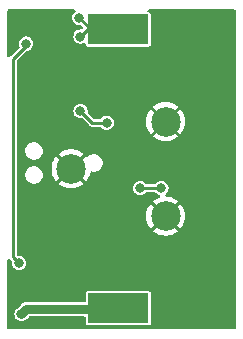
<source format=gbr>
%TF.GenerationSoftware,KiCad,Pcbnew,(6.0.0)*%
%TF.CreationDate,2022-02-13T23:40:39+01:00*%
%TF.ProjectId,LoraTrigger,4c6f7261-5472-4696-9767-65722e6b6963,rev?*%
%TF.SameCoordinates,Original*%
%TF.FileFunction,Copper,L2,Bot*%
%TF.FilePolarity,Positive*%
%FSLAX46Y46*%
G04 Gerber Fmt 4.6, Leading zero omitted, Abs format (unit mm)*
G04 Created by KiCad (PCBNEW (6.0.0)) date 2022-02-13 23:40:39*
%MOMM*%
%LPD*%
G01*
G04 APERTURE LIST*
%TA.AperFunction,SMDPad,CuDef*%
%ADD10R,5.100000X2.500000*%
%TD*%
%TA.AperFunction,SMDPad,CuDef*%
%ADD11C,2.500000*%
%TD*%
%TA.AperFunction,ViaPad*%
%ADD12C,0.800000*%
%TD*%
%TA.AperFunction,Conductor*%
%ADD13C,0.250000*%
%TD*%
%TA.AperFunction,Conductor*%
%ADD14C,0.800000*%
%TD*%
G04 APERTURE END LIST*
D10*
X108200000Y-80600000D03*
X108200000Y-57000000D03*
D11*
X112200000Y-64800000D03*
X112200000Y-72800000D03*
X104200000Y-68800000D03*
D12*
X100100000Y-60400000D03*
X101000000Y-61200000D03*
X117000000Y-60300000D03*
X116000000Y-81600000D03*
X100500000Y-65400000D03*
X117500000Y-72400000D03*
X100500000Y-59400000D03*
X109400000Y-60900000D03*
X100300000Y-71100000D03*
X102400000Y-65800000D03*
X100000000Y-81100000D03*
X104900000Y-56000000D03*
X105000000Y-57600000D03*
X111850000Y-70450000D03*
X110050978Y-70450000D03*
X105000000Y-63900000D03*
X107210694Y-64892500D03*
X100400000Y-58200000D03*
X99800000Y-76800000D03*
D13*
X110050978Y-70450000D02*
X111850000Y-70450000D01*
D14*
X100400000Y-80700000D02*
X100000000Y-81100000D01*
D13*
X105900000Y-57000000D02*
X104900000Y-56000000D01*
X105600000Y-57000000D02*
X105000000Y-57600000D01*
X108200000Y-57000000D02*
X105900000Y-57000000D01*
D14*
X108200000Y-80700000D02*
X104200000Y-80700000D01*
X103700000Y-80700000D02*
X100400000Y-80700000D01*
D13*
X108200000Y-57000000D02*
X105600000Y-57000000D01*
D14*
X104200000Y-80700000D02*
X103700000Y-80700000D01*
D13*
X105992500Y-64892500D02*
X107210694Y-64892500D01*
X105000000Y-63900000D02*
X105992500Y-64892500D01*
X99800000Y-76800000D02*
X99300000Y-76300000D01*
X100400000Y-58400000D02*
X100400000Y-58200000D01*
X99300000Y-59500000D02*
X100400000Y-58400000D01*
X99300000Y-76300000D02*
X99300000Y-59500000D01*
%TA.AperFunction,Conductor*%
G36*
X104522764Y-55320002D02*
G01*
X104569257Y-55373658D01*
X104579361Y-55443932D01*
X104549867Y-55508512D01*
X104531347Y-55525962D01*
X104478268Y-55566691D01*
X104478264Y-55566695D01*
X104471718Y-55571718D01*
X104375464Y-55697159D01*
X104314956Y-55843238D01*
X104294318Y-56000000D01*
X104314956Y-56156762D01*
X104375464Y-56302841D01*
X104471718Y-56428282D01*
X104597159Y-56524536D01*
X104743238Y-56585044D01*
X104900000Y-56605682D01*
X104966843Y-56596882D01*
X105036990Y-56607821D01*
X105072383Y-56632709D01*
X105200579Y-56760905D01*
X105234605Y-56823217D01*
X105229540Y-56894032D01*
X105200579Y-56939095D01*
X105172383Y-56967291D01*
X105110071Y-57001317D01*
X105066843Y-57003118D01*
X105000000Y-56994318D01*
X104843238Y-57014956D01*
X104697159Y-57075464D01*
X104571718Y-57171718D01*
X104475464Y-57297159D01*
X104414956Y-57443238D01*
X104394318Y-57600000D01*
X104414956Y-57756762D01*
X104475464Y-57902841D01*
X104571718Y-58028282D01*
X104697159Y-58124536D01*
X104843238Y-58185044D01*
X105000000Y-58205682D01*
X105008188Y-58204604D01*
X105148574Y-58186122D01*
X105156762Y-58185044D01*
X105275283Y-58135951D01*
X105345871Y-58128362D01*
X105409358Y-58160141D01*
X105445586Y-58221199D01*
X105449500Y-58252360D01*
X105449500Y-58269748D01*
X105461133Y-58328231D01*
X105505448Y-58394552D01*
X105571769Y-58438867D01*
X105583938Y-58441288D01*
X105583939Y-58441288D01*
X105624184Y-58449293D01*
X105630252Y-58450500D01*
X110769748Y-58450500D01*
X110775816Y-58449293D01*
X110816061Y-58441288D01*
X110816062Y-58441288D01*
X110828231Y-58438867D01*
X110894552Y-58394552D01*
X110938867Y-58328231D01*
X110950500Y-58269748D01*
X110950500Y-55730252D01*
X110945435Y-55704789D01*
X110941288Y-55683939D01*
X110941288Y-55683938D01*
X110938867Y-55671769D01*
X110894552Y-55605448D01*
X110828231Y-55561133D01*
X110816062Y-55558712D01*
X110816061Y-55558712D01*
X110770145Y-55549579D01*
X110707235Y-55516672D01*
X110672103Y-55454977D01*
X110675903Y-55384082D01*
X110717429Y-55326496D01*
X110783495Y-55300501D01*
X110794726Y-55300000D01*
X118024000Y-55300000D01*
X118092121Y-55320002D01*
X118138614Y-55373658D01*
X118150000Y-55426000D01*
X118150000Y-82274000D01*
X118129998Y-82342121D01*
X118076342Y-82388614D01*
X118024000Y-82400000D01*
X98926000Y-82400000D01*
X98857879Y-82379998D01*
X98811386Y-82326342D01*
X98800000Y-82274000D01*
X98800000Y-81100000D01*
X99394318Y-81100000D01*
X99414956Y-81256762D01*
X99475464Y-81402841D01*
X99571718Y-81528282D01*
X99697159Y-81624536D01*
X99843238Y-81685044D01*
X100000000Y-81705682D01*
X100008188Y-81704604D01*
X100148574Y-81686122D01*
X100156762Y-81685044D01*
X100302841Y-81624536D01*
X100428282Y-81528282D01*
X100447430Y-81503328D01*
X100458297Y-81490938D01*
X100611830Y-81337405D01*
X100674142Y-81303379D01*
X100700925Y-81300500D01*
X105323500Y-81300500D01*
X105391621Y-81320502D01*
X105438114Y-81374158D01*
X105449500Y-81426500D01*
X105449500Y-81869748D01*
X105461133Y-81928231D01*
X105505448Y-81994552D01*
X105571769Y-82038867D01*
X105583938Y-82041288D01*
X105583939Y-82041288D01*
X105624184Y-82049293D01*
X105630252Y-82050500D01*
X110769748Y-82050500D01*
X110775816Y-82049293D01*
X110816061Y-82041288D01*
X110816062Y-82041288D01*
X110828231Y-82038867D01*
X110894552Y-81994552D01*
X110938867Y-81928231D01*
X110950500Y-81869748D01*
X110950500Y-79330252D01*
X110938867Y-79271769D01*
X110894552Y-79205448D01*
X110828231Y-79161133D01*
X110816062Y-79158712D01*
X110816061Y-79158712D01*
X110775816Y-79150707D01*
X110769748Y-79149500D01*
X105630252Y-79149500D01*
X105624184Y-79150707D01*
X105583939Y-79158712D01*
X105583938Y-79158712D01*
X105571769Y-79161133D01*
X105505448Y-79205448D01*
X105461133Y-79271769D01*
X105449500Y-79330252D01*
X105449500Y-79973500D01*
X105429498Y-80041621D01*
X105375842Y-80088114D01*
X105323500Y-80099500D01*
X100447619Y-80099500D01*
X100431173Y-80098422D01*
X100408188Y-80095396D01*
X100400000Y-80094318D01*
X100360639Y-80099500D01*
X100243238Y-80114956D01*
X100097159Y-80175464D01*
X99971718Y-80271718D01*
X99966695Y-80278264D01*
X99952571Y-80296671D01*
X99941703Y-80309062D01*
X99609062Y-80641703D01*
X99596672Y-80652570D01*
X99571718Y-80671718D01*
X99475464Y-80797159D01*
X99414956Y-80943238D01*
X99394318Y-81100000D01*
X98800000Y-81100000D01*
X98800000Y-76555213D01*
X98820002Y-76487092D01*
X98873658Y-76440599D01*
X98943932Y-76430495D01*
X99008512Y-76459989D01*
X99035120Y-76492214D01*
X99046806Y-76512455D01*
X99055251Y-76519541D01*
X99075682Y-76536685D01*
X99083785Y-76544111D01*
X99167291Y-76627617D01*
X99201317Y-76689929D01*
X99203118Y-76733157D01*
X99194318Y-76800000D01*
X99214956Y-76956762D01*
X99275464Y-77102841D01*
X99371718Y-77228282D01*
X99497159Y-77324536D01*
X99643238Y-77385044D01*
X99800000Y-77405682D01*
X99808188Y-77404604D01*
X99948574Y-77386122D01*
X99956762Y-77385044D01*
X100102841Y-77324536D01*
X100228282Y-77228282D01*
X100324536Y-77102841D01*
X100385044Y-76956762D01*
X100405682Y-76800000D01*
X100385044Y-76643238D01*
X100324536Y-76497159D01*
X100228282Y-76371718D01*
X100102841Y-76275464D01*
X99956762Y-76214956D01*
X99800000Y-76194318D01*
X99767946Y-76198538D01*
X99697798Y-76187599D01*
X99644699Y-76140471D01*
X99625500Y-76073616D01*
X99625500Y-74068778D01*
X111149499Y-74068778D01*
X111156286Y-74078479D01*
X111223390Y-74135790D01*
X111231372Y-74141590D01*
X111444379Y-74272121D01*
X111453173Y-74276602D01*
X111683972Y-74372202D01*
X111693357Y-74375251D01*
X111936272Y-74433570D01*
X111946019Y-74435113D01*
X112195070Y-74454714D01*
X112204930Y-74454714D01*
X112453981Y-74435113D01*
X112463728Y-74433570D01*
X112706643Y-74375251D01*
X112716028Y-74372202D01*
X112946827Y-74276602D01*
X112955621Y-74272121D01*
X113168628Y-74141590D01*
X113176610Y-74135790D01*
X113242144Y-74079820D01*
X113250574Y-74066906D01*
X113244567Y-74056699D01*
X112212812Y-73024944D01*
X112198868Y-73017330D01*
X112197035Y-73017461D01*
X112190420Y-73021712D01*
X111156891Y-74055241D01*
X111149499Y-74068778D01*
X99625500Y-74068778D01*
X99625500Y-72804930D01*
X110545286Y-72804930D01*
X110564887Y-73053981D01*
X110566430Y-73063728D01*
X110624749Y-73306643D01*
X110627798Y-73316028D01*
X110723398Y-73546827D01*
X110727879Y-73555621D01*
X110858410Y-73768628D01*
X110864210Y-73776610D01*
X110920180Y-73842144D01*
X110933094Y-73850574D01*
X110943301Y-73844567D01*
X111975056Y-72812812D01*
X111981434Y-72801132D01*
X112417330Y-72801132D01*
X112417461Y-72802965D01*
X112421712Y-72809580D01*
X113455241Y-73843109D01*
X113468778Y-73850501D01*
X113478479Y-73843714D01*
X113535790Y-73776610D01*
X113541590Y-73768628D01*
X113672121Y-73555621D01*
X113676602Y-73546827D01*
X113772202Y-73316028D01*
X113775251Y-73306643D01*
X113833570Y-73063728D01*
X113835113Y-73053981D01*
X113854714Y-72804930D01*
X113854714Y-72795070D01*
X113835113Y-72546019D01*
X113833570Y-72536272D01*
X113775251Y-72293357D01*
X113772202Y-72283972D01*
X113676602Y-72053173D01*
X113672121Y-72044379D01*
X113541590Y-71831372D01*
X113535790Y-71823390D01*
X113479820Y-71757856D01*
X113466906Y-71749426D01*
X113456699Y-71755433D01*
X112424944Y-72787188D01*
X112417330Y-72801132D01*
X111981434Y-72801132D01*
X111982670Y-72798868D01*
X111982539Y-72797035D01*
X111978288Y-72790420D01*
X110944759Y-71756891D01*
X110931222Y-71749499D01*
X110921521Y-71756286D01*
X110864210Y-71823390D01*
X110858410Y-71831372D01*
X110727879Y-72044379D01*
X110723398Y-72053173D01*
X110627798Y-72283972D01*
X110624749Y-72293357D01*
X110566430Y-72536272D01*
X110564887Y-72546019D01*
X110545286Y-72795070D01*
X110545286Y-72804930D01*
X99625500Y-72804930D01*
X99625500Y-70068778D01*
X103149499Y-70068778D01*
X103156286Y-70078479D01*
X103223390Y-70135790D01*
X103231372Y-70141590D01*
X103444379Y-70272121D01*
X103453173Y-70276602D01*
X103683972Y-70372202D01*
X103693357Y-70375251D01*
X103936272Y-70433570D01*
X103946019Y-70435113D01*
X104195070Y-70454714D01*
X104204930Y-70454714D01*
X104264826Y-70450000D01*
X109445296Y-70450000D01*
X109465934Y-70606762D01*
X109526442Y-70752841D01*
X109622696Y-70878282D01*
X109748137Y-70974536D01*
X109894216Y-71035044D01*
X110050978Y-71055682D01*
X110059166Y-71054604D01*
X110199552Y-71036122D01*
X110207740Y-71035044D01*
X110353819Y-70974536D01*
X110479260Y-70878282D01*
X110520301Y-70824796D01*
X110577639Y-70782929D01*
X110620264Y-70775500D01*
X111280714Y-70775500D01*
X111348835Y-70795502D01*
X111380677Y-70824796D01*
X111421718Y-70878282D01*
X111547159Y-70974536D01*
X111604200Y-70998163D01*
X111640244Y-71013093D01*
X111695525Y-71057641D01*
X111717946Y-71125005D01*
X111700388Y-71193796D01*
X111648426Y-71242174D01*
X111640244Y-71245911D01*
X111453173Y-71323398D01*
X111444379Y-71327879D01*
X111231372Y-71458410D01*
X111223390Y-71464210D01*
X111157856Y-71520180D01*
X111149426Y-71533094D01*
X111155433Y-71543301D01*
X112187188Y-72575056D01*
X112201132Y-72582670D01*
X112202965Y-72582539D01*
X112209580Y-72578288D01*
X113243109Y-71544759D01*
X113250501Y-71531222D01*
X113243714Y-71521521D01*
X113176610Y-71464210D01*
X113168628Y-71458410D01*
X112955621Y-71327879D01*
X112946827Y-71323398D01*
X112716028Y-71227798D01*
X112706643Y-71224749D01*
X112463728Y-71166430D01*
X112453981Y-71164887D01*
X112283092Y-71151437D01*
X112216751Y-71126151D01*
X112174611Y-71069013D01*
X112170052Y-70998163D01*
X112204521Y-70936095D01*
X112216274Y-70925862D01*
X112271737Y-70883304D01*
X112278282Y-70878282D01*
X112374536Y-70752841D01*
X112435044Y-70606762D01*
X112455682Y-70450000D01*
X112435044Y-70293238D01*
X112374536Y-70147159D01*
X112278282Y-70021718D01*
X112152841Y-69925464D01*
X112006762Y-69864956D01*
X111850000Y-69844318D01*
X111693238Y-69864956D01*
X111547159Y-69925464D01*
X111421718Y-70021718D01*
X111416695Y-70028264D01*
X111380677Y-70075204D01*
X111323339Y-70117071D01*
X111280714Y-70124500D01*
X110620264Y-70124500D01*
X110552143Y-70104498D01*
X110520301Y-70075204D01*
X110484283Y-70028264D01*
X110479260Y-70021718D01*
X110353819Y-69925464D01*
X110207740Y-69864956D01*
X110050978Y-69844318D01*
X109894216Y-69864956D01*
X109748137Y-69925464D01*
X109622696Y-70021718D01*
X109526442Y-70147159D01*
X109465934Y-70293238D01*
X109445296Y-70450000D01*
X104264826Y-70450000D01*
X104453981Y-70435113D01*
X104463728Y-70433570D01*
X104706643Y-70375251D01*
X104716028Y-70372202D01*
X104946827Y-70276602D01*
X104955621Y-70272121D01*
X105168628Y-70141590D01*
X105176610Y-70135790D01*
X105242144Y-70079820D01*
X105250574Y-70066906D01*
X105244567Y-70056699D01*
X104212812Y-69024944D01*
X104198868Y-69017330D01*
X104197035Y-69017461D01*
X104190420Y-69021712D01*
X103156891Y-70055241D01*
X103149499Y-70068778D01*
X99625500Y-70068778D01*
X99625500Y-69356468D01*
X100312775Y-69356468D01*
X100314015Y-69363684D01*
X100314015Y-69363686D01*
X100328592Y-69448516D01*
X100342126Y-69527282D01*
X100344992Y-69534016D01*
X100344992Y-69534018D01*
X100350443Y-69546827D01*
X100409986Y-69686762D01*
X100512713Y-69826353D01*
X100644799Y-69938568D01*
X100799157Y-70017387D01*
X100806263Y-70019126D01*
X100806266Y-70019127D01*
X100886345Y-70038722D01*
X100967507Y-70058582D01*
X100973109Y-70058930D01*
X100973112Y-70058930D01*
X100976497Y-70059140D01*
X100976506Y-70059140D01*
X100978436Y-70059260D01*
X101103400Y-70059260D01*
X101195959Y-70048469D01*
X101224879Y-70045097D01*
X101224880Y-70045097D01*
X101232151Y-70044249D01*
X101239028Y-70041753D01*
X101239031Y-70041752D01*
X101388188Y-69987610D01*
X101395067Y-69985113D01*
X101540010Y-69890085D01*
X101659203Y-69764261D01*
X101746254Y-69614392D01*
X101766718Y-69546827D01*
X101794371Y-69455522D01*
X101796493Y-69448516D01*
X101807225Y-69275532D01*
X101792664Y-69190789D01*
X101779114Y-69111932D01*
X101779113Y-69111929D01*
X101777874Y-69104718D01*
X101775008Y-69097982D01*
X101712881Y-68951975D01*
X101712880Y-68951973D01*
X101710014Y-68945238D01*
X101607287Y-68805647D01*
X101606443Y-68804930D01*
X102545286Y-68804930D01*
X102564887Y-69053981D01*
X102566430Y-69063728D01*
X102624749Y-69306643D01*
X102627798Y-69316028D01*
X102723398Y-69546827D01*
X102727879Y-69555621D01*
X102858410Y-69768628D01*
X102864210Y-69776610D01*
X102920180Y-69842144D01*
X102933094Y-69850574D01*
X102943301Y-69844567D01*
X103975056Y-68812812D01*
X103981434Y-68801132D01*
X104417330Y-68801132D01*
X104417461Y-68802965D01*
X104421712Y-68809580D01*
X105455241Y-69843109D01*
X105468778Y-69850501D01*
X105478479Y-69843714D01*
X105535790Y-69776610D01*
X105541590Y-69768628D01*
X105672121Y-69555621D01*
X105676602Y-69546827D01*
X105772202Y-69316028D01*
X105775251Y-69306643D01*
X105820396Y-69118600D01*
X105855748Y-69057031D01*
X105918775Y-69024348D01*
X105972863Y-69025625D01*
X106014586Y-69035834D01*
X106047348Y-69043851D01*
X106052950Y-69044199D01*
X106052953Y-69044199D01*
X106056354Y-69044410D01*
X106056363Y-69044410D01*
X106058293Y-69044530D01*
X106183478Y-69044530D01*
X106275059Y-69033853D01*
X106305173Y-69030342D01*
X106305174Y-69030342D01*
X106312445Y-69029494D01*
X106319322Y-69026998D01*
X106319325Y-69026997D01*
X106468761Y-68972754D01*
X106475640Y-68970257D01*
X106620830Y-68875066D01*
X106740227Y-68749027D01*
X106827427Y-68598902D01*
X106830805Y-68587751D01*
X106853855Y-68511643D01*
X106877752Y-68432743D01*
X106888502Y-68259463D01*
X106859101Y-68088357D01*
X106827077Y-68013097D01*
X106793992Y-67935342D01*
X106793991Y-67935340D01*
X106791125Y-67928605D01*
X106688222Y-67788775D01*
X106555911Y-67676368D01*
X106500405Y-67648025D01*
X106407806Y-67600741D01*
X106407801Y-67600739D01*
X106401289Y-67597414D01*
X106394184Y-67595675D01*
X106394180Y-67595674D01*
X106301529Y-67573003D01*
X106232652Y-67556149D01*
X106227050Y-67555801D01*
X106227047Y-67555801D01*
X106223646Y-67555590D01*
X106223637Y-67555590D01*
X106221707Y-67555470D01*
X106096522Y-67555470D01*
X106004941Y-67566147D01*
X105974827Y-67569658D01*
X105974826Y-67569658D01*
X105967555Y-67570506D01*
X105960678Y-67573002D01*
X105960675Y-67573003D01*
X105884259Y-67600741D01*
X105804360Y-67629743D01*
X105659170Y-67724934D01*
X105654139Y-67730245D01*
X105654134Y-67730249D01*
X105643676Y-67741289D01*
X105582307Y-67776988D01*
X105511381Y-67773841D01*
X105483326Y-67760145D01*
X105466906Y-67749426D01*
X105456699Y-67755433D01*
X104424944Y-68787188D01*
X104417330Y-68801132D01*
X103981434Y-68801132D01*
X103982670Y-68798868D01*
X103982539Y-68797035D01*
X103978288Y-68790420D01*
X102944759Y-67756891D01*
X102931222Y-67749499D01*
X102921521Y-67756286D01*
X102864210Y-67823390D01*
X102858410Y-67831372D01*
X102727879Y-68044379D01*
X102723398Y-68053173D01*
X102627798Y-68283972D01*
X102624749Y-68293357D01*
X102566430Y-68536272D01*
X102564887Y-68546019D01*
X102545286Y-68795070D01*
X102545286Y-68804930D01*
X101606443Y-68804930D01*
X101475201Y-68693432D01*
X101320843Y-68614613D01*
X101313737Y-68612874D01*
X101313734Y-68612873D01*
X101228010Y-68591897D01*
X101152493Y-68573418D01*
X101146891Y-68573070D01*
X101146888Y-68573070D01*
X101143503Y-68572860D01*
X101143494Y-68572860D01*
X101141564Y-68572740D01*
X101016600Y-68572740D01*
X100924041Y-68583531D01*
X100895121Y-68586903D01*
X100895120Y-68586903D01*
X100887849Y-68587751D01*
X100880972Y-68590247D01*
X100880969Y-68590248D01*
X100804677Y-68617941D01*
X100724933Y-68646887D01*
X100579990Y-68741915D01*
X100460797Y-68867739D01*
X100373746Y-69017608D01*
X100371625Y-69024612D01*
X100371623Y-69024616D01*
X100349403Y-69097982D01*
X100323507Y-69183484D01*
X100312775Y-69356468D01*
X99625500Y-69356468D01*
X99625500Y-67324468D01*
X100312775Y-67324468D01*
X100314015Y-67331684D01*
X100314015Y-67331686D01*
X100336787Y-67464210D01*
X100342126Y-67495282D01*
X100344992Y-67502016D01*
X100344992Y-67502018D01*
X100401048Y-67633756D01*
X100409986Y-67654762D01*
X100512713Y-67794353D01*
X100644799Y-67906568D01*
X100799157Y-67985387D01*
X100806263Y-67987126D01*
X100806266Y-67987127D01*
X100886345Y-68006722D01*
X100967507Y-68026582D01*
X100973109Y-68026930D01*
X100973112Y-68026930D01*
X100976497Y-68027140D01*
X100976506Y-68027140D01*
X100978436Y-68027260D01*
X101103400Y-68027260D01*
X101195959Y-68016469D01*
X101224879Y-68013097D01*
X101224880Y-68013097D01*
X101232151Y-68012249D01*
X101239028Y-68009753D01*
X101239031Y-68009752D01*
X101388188Y-67955610D01*
X101395067Y-67953113D01*
X101540010Y-67858085D01*
X101659203Y-67732261D01*
X101746254Y-67582392D01*
X101754203Y-67556149D01*
X101761186Y-67533094D01*
X103149426Y-67533094D01*
X103155433Y-67543301D01*
X104187188Y-68575056D01*
X104201132Y-68582670D01*
X104202965Y-68582539D01*
X104209580Y-68578288D01*
X105243109Y-67544759D01*
X105250501Y-67531222D01*
X105243714Y-67521521D01*
X105176610Y-67464210D01*
X105168628Y-67458410D01*
X104955621Y-67327879D01*
X104946827Y-67323398D01*
X104716028Y-67227798D01*
X104706643Y-67224749D01*
X104463728Y-67166430D01*
X104453981Y-67164887D01*
X104204930Y-67145286D01*
X104195070Y-67145286D01*
X103946019Y-67164887D01*
X103936272Y-67166430D01*
X103693357Y-67224749D01*
X103683972Y-67227798D01*
X103453173Y-67323398D01*
X103444379Y-67327879D01*
X103231372Y-67458410D01*
X103223390Y-67464210D01*
X103157856Y-67520180D01*
X103149426Y-67533094D01*
X101761186Y-67533094D01*
X101794371Y-67423522D01*
X101796493Y-67416516D01*
X101807225Y-67243532D01*
X101805985Y-67236314D01*
X101779114Y-67079932D01*
X101779113Y-67079929D01*
X101777874Y-67072718D01*
X101710014Y-66913238D01*
X101607287Y-66773647D01*
X101475201Y-66661432D01*
X101320843Y-66582613D01*
X101313737Y-66580874D01*
X101313734Y-66580873D01*
X101233655Y-66561278D01*
X101152493Y-66541418D01*
X101146891Y-66541070D01*
X101146888Y-66541070D01*
X101143503Y-66540860D01*
X101143494Y-66540860D01*
X101141564Y-66540740D01*
X101016600Y-66540740D01*
X100924041Y-66551531D01*
X100895121Y-66554903D01*
X100895120Y-66554903D01*
X100887849Y-66555751D01*
X100880972Y-66558247D01*
X100880969Y-66558248D01*
X100804677Y-66585941D01*
X100724933Y-66614887D01*
X100579990Y-66709915D01*
X100460797Y-66835739D01*
X100373746Y-66985608D01*
X100323507Y-67151484D01*
X100312775Y-67324468D01*
X99625500Y-67324468D01*
X99625500Y-66068778D01*
X111149499Y-66068778D01*
X111156286Y-66078479D01*
X111223390Y-66135790D01*
X111231372Y-66141590D01*
X111444379Y-66272121D01*
X111453173Y-66276602D01*
X111683972Y-66372202D01*
X111693357Y-66375251D01*
X111936272Y-66433570D01*
X111946019Y-66435113D01*
X112195070Y-66454714D01*
X112204930Y-66454714D01*
X112453981Y-66435113D01*
X112463728Y-66433570D01*
X112706643Y-66375251D01*
X112716028Y-66372202D01*
X112946827Y-66276602D01*
X112955621Y-66272121D01*
X113168628Y-66141590D01*
X113176610Y-66135790D01*
X113242144Y-66079820D01*
X113250574Y-66066906D01*
X113244567Y-66056699D01*
X112212812Y-65024944D01*
X112198868Y-65017330D01*
X112197035Y-65017461D01*
X112190420Y-65021712D01*
X111156891Y-66055241D01*
X111149499Y-66068778D01*
X99625500Y-66068778D01*
X99625500Y-63900000D01*
X104394318Y-63900000D01*
X104414956Y-64056762D01*
X104475464Y-64202841D01*
X104480491Y-64209392D01*
X104554911Y-64306378D01*
X104571718Y-64328282D01*
X104697159Y-64424536D01*
X104843238Y-64485044D01*
X105000000Y-64505682D01*
X105066843Y-64496882D01*
X105136990Y-64507821D01*
X105172383Y-64532709D01*
X105748389Y-65108715D01*
X105755816Y-65116819D01*
X105780045Y-65145694D01*
X105789594Y-65151207D01*
X105812685Y-65164539D01*
X105821956Y-65170445D01*
X105852816Y-65192054D01*
X105863466Y-65194908D01*
X105866634Y-65196385D01*
X105869910Y-65197577D01*
X105879455Y-65203088D01*
X105913199Y-65209038D01*
X105916558Y-65209630D01*
X105927285Y-65212008D01*
X105963693Y-65221764D01*
X105974678Y-65220803D01*
X105974680Y-65220803D01*
X106001228Y-65218480D01*
X106012210Y-65218000D01*
X106641408Y-65218000D01*
X106709529Y-65238002D01*
X106741371Y-65267296D01*
X106782412Y-65320782D01*
X106907853Y-65417036D01*
X107053932Y-65477544D01*
X107210694Y-65498182D01*
X107218882Y-65497104D01*
X107359268Y-65478622D01*
X107367456Y-65477544D01*
X107513535Y-65417036D01*
X107638976Y-65320782D01*
X107735230Y-65195341D01*
X107795738Y-65049262D01*
X107816376Y-64892500D01*
X107804847Y-64804930D01*
X110545286Y-64804930D01*
X110564887Y-65053981D01*
X110566430Y-65063728D01*
X110624749Y-65306643D01*
X110627798Y-65316028D01*
X110723398Y-65546827D01*
X110727879Y-65555621D01*
X110858410Y-65768628D01*
X110864210Y-65776610D01*
X110920180Y-65842144D01*
X110933094Y-65850574D01*
X110943301Y-65844567D01*
X111975056Y-64812812D01*
X111981434Y-64801132D01*
X112417330Y-64801132D01*
X112417461Y-64802965D01*
X112421712Y-64809580D01*
X113455241Y-65843109D01*
X113468778Y-65850501D01*
X113478479Y-65843714D01*
X113535790Y-65776610D01*
X113541590Y-65768628D01*
X113672121Y-65555621D01*
X113676602Y-65546827D01*
X113772202Y-65316028D01*
X113775251Y-65306643D01*
X113833570Y-65063728D01*
X113835113Y-65053981D01*
X113854714Y-64804930D01*
X113854714Y-64795070D01*
X113835113Y-64546019D01*
X113833570Y-64536272D01*
X113775251Y-64293357D01*
X113772202Y-64283972D01*
X113676602Y-64053173D01*
X113672121Y-64044379D01*
X113541590Y-63831372D01*
X113535790Y-63823390D01*
X113479820Y-63757856D01*
X113466906Y-63749426D01*
X113456699Y-63755433D01*
X112424944Y-64787188D01*
X112417330Y-64801132D01*
X111981434Y-64801132D01*
X111982670Y-64798868D01*
X111982539Y-64797035D01*
X111978288Y-64790420D01*
X110944759Y-63756891D01*
X110931222Y-63749499D01*
X110921521Y-63756286D01*
X110864210Y-63823390D01*
X110858410Y-63831372D01*
X110727879Y-64044379D01*
X110723398Y-64053173D01*
X110627798Y-64283972D01*
X110624749Y-64293357D01*
X110566430Y-64536272D01*
X110564887Y-64546019D01*
X110545286Y-64795070D01*
X110545286Y-64804930D01*
X107804847Y-64804930D01*
X107795738Y-64735738D01*
X107735230Y-64589659D01*
X107657817Y-64488772D01*
X107643999Y-64470764D01*
X107638976Y-64464218D01*
X107513535Y-64367964D01*
X107367456Y-64307456D01*
X107210694Y-64286818D01*
X107053932Y-64307456D01*
X106907853Y-64367964D01*
X106782412Y-64464218D01*
X106777389Y-64470764D01*
X106741371Y-64517704D01*
X106684033Y-64559571D01*
X106641408Y-64567000D01*
X106179516Y-64567000D01*
X106111395Y-64546998D01*
X106090421Y-64530095D01*
X105632709Y-64072383D01*
X105598683Y-64010071D01*
X105596882Y-63966842D01*
X105604604Y-63908188D01*
X105605682Y-63900000D01*
X105595363Y-63821619D01*
X105586122Y-63751426D01*
X105585044Y-63743238D01*
X105524536Y-63597159D01*
X105475377Y-63533094D01*
X111149426Y-63533094D01*
X111155433Y-63543301D01*
X112187188Y-64575056D01*
X112201132Y-64582670D01*
X112202965Y-64582539D01*
X112209580Y-64578288D01*
X113243109Y-63544759D01*
X113250501Y-63531222D01*
X113243714Y-63521521D01*
X113176610Y-63464210D01*
X113168628Y-63458410D01*
X112955621Y-63327879D01*
X112946827Y-63323398D01*
X112716028Y-63227798D01*
X112706643Y-63224749D01*
X112463728Y-63166430D01*
X112453981Y-63164887D01*
X112204930Y-63145286D01*
X112195070Y-63145286D01*
X111946019Y-63164887D01*
X111936272Y-63166430D01*
X111693357Y-63224749D01*
X111683972Y-63227798D01*
X111453173Y-63323398D01*
X111444379Y-63327879D01*
X111231372Y-63458410D01*
X111223390Y-63464210D01*
X111157856Y-63520180D01*
X111149426Y-63533094D01*
X105475377Y-63533094D01*
X105428282Y-63471718D01*
X105302841Y-63375464D01*
X105156762Y-63314956D01*
X105000000Y-63294318D01*
X104843238Y-63314956D01*
X104697159Y-63375464D01*
X104571718Y-63471718D01*
X104475464Y-63597159D01*
X104414956Y-63743238D01*
X104413878Y-63751426D01*
X104404637Y-63821619D01*
X104394318Y-63900000D01*
X99625500Y-63900000D01*
X99625500Y-59687016D01*
X99645502Y-59618895D01*
X99662405Y-59597921D01*
X100432685Y-58827641D01*
X100494997Y-58793615D01*
X100505328Y-58791815D01*
X100556762Y-58785044D01*
X100702841Y-58724536D01*
X100828282Y-58628282D01*
X100924536Y-58502841D01*
X100985044Y-58356762D01*
X101005682Y-58200000D01*
X100985044Y-58043238D01*
X100924536Y-57897159D01*
X100828282Y-57771718D01*
X100702841Y-57675464D01*
X100556762Y-57614956D01*
X100400000Y-57594318D01*
X100243238Y-57614956D01*
X100097159Y-57675464D01*
X99971718Y-57771718D01*
X99875464Y-57897159D01*
X99814956Y-58043238D01*
X99794318Y-58200000D01*
X99814956Y-58356762D01*
X99818116Y-58364390D01*
X99818117Y-58364395D01*
X99831931Y-58397745D01*
X99839520Y-58468334D01*
X99804617Y-58535057D01*
X99083785Y-59255889D01*
X99075681Y-59263316D01*
X99046806Y-59287545D01*
X99041295Y-59297091D01*
X99041294Y-59297092D01*
X99035120Y-59307786D01*
X98983737Y-59356780D01*
X98914024Y-59370217D01*
X98848113Y-59343830D01*
X98806930Y-59285998D01*
X98800000Y-59244787D01*
X98800000Y-55426000D01*
X98820002Y-55357879D01*
X98873658Y-55311386D01*
X98926000Y-55300000D01*
X104454643Y-55300000D01*
X104522764Y-55320002D01*
G37*
%TD.AperFunction*%
M02*

</source>
